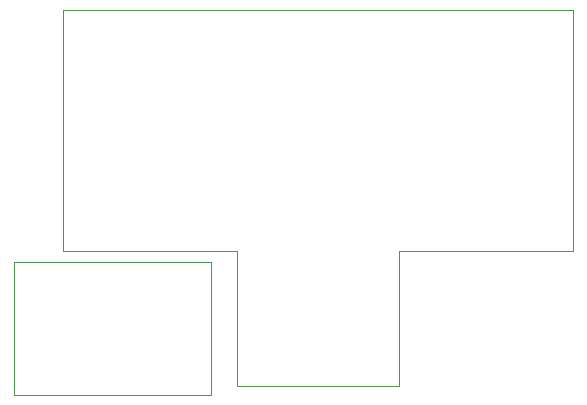
<source format=gbr>
%TF.GenerationSoftware,KiCad,Pcbnew,9.0.1*%
%TF.CreationDate,2025-04-20T22:13:02+08:00*%
%TF.ProjectId,PCB,5043422e-6b69-4636-9164-5f7063625858,rev?*%
%TF.SameCoordinates,Original*%
%TF.FileFunction,Other,User*%
%FSLAX46Y46*%
G04 Gerber Fmt 4.6, Leading zero omitted, Abs format (unit mm)*
G04 Created by KiCad (PCBNEW 9.0.1) date 2025-04-20 22:13:02*
%MOMM*%
%LPD*%
G01*
G04 APERTURE LIST*
%ADD10C,0.050000*%
G04 APERTURE END LIST*
D10*
%TO.C,U2*%
X161200000Y-104500000D02*
X161200000Y-84100000D01*
X146450000Y-115950000D02*
X132750000Y-115950000D01*
X146450000Y-104500000D02*
X161200000Y-104500000D01*
X146450000Y-104500000D02*
X146450000Y-115950000D01*
X132750000Y-115950000D02*
X132750000Y-104500000D01*
X132750000Y-104500000D02*
X118000000Y-104500000D01*
X118000000Y-104500000D02*
X118000000Y-84100000D01*
X118000000Y-84100000D02*
X161200000Y-84100000D01*
%TO.C,U4*%
X113900000Y-105400000D02*
X130550000Y-105400000D01*
X130550000Y-116700000D01*
X113900000Y-116700000D01*
X113900000Y-105400000D01*
%TD*%
M02*

</source>
